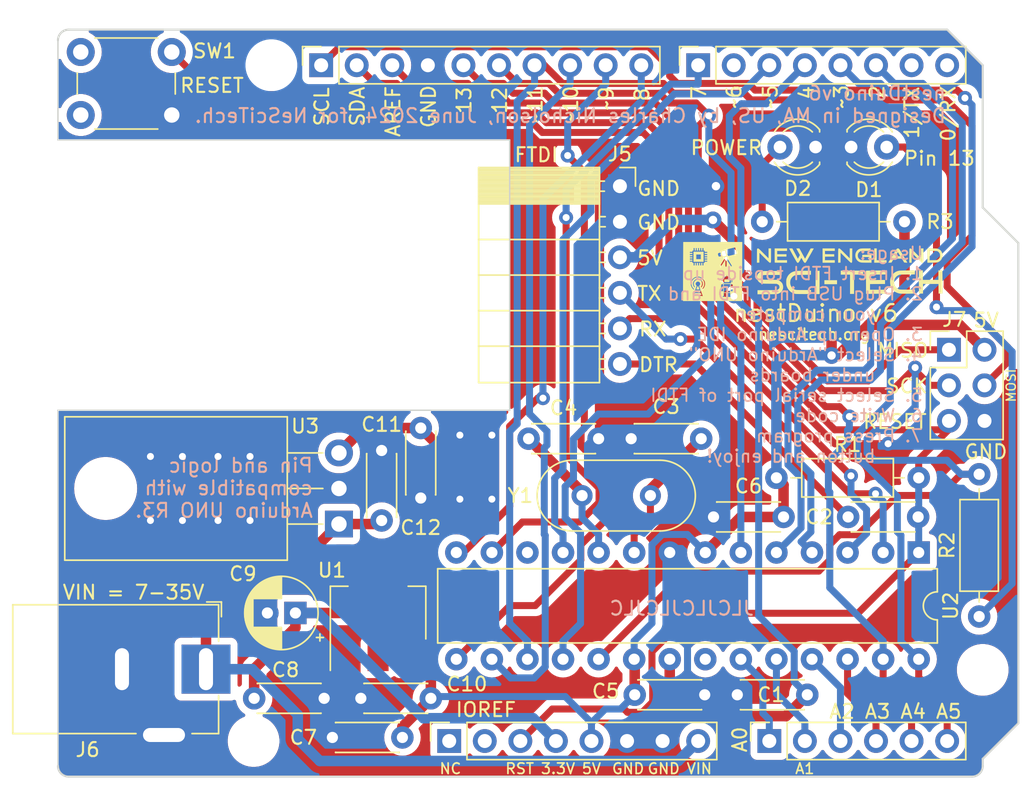
<source format=kicad_pcb>
(kicad_pcb (version 20240108) (generator "pcbnew") (generator_version "8.0")
  (title_block (date "mar. 31 mars 2015"))
  (layers (0 "F.Cu" signal) (31 "B.Cu" signal) (34 "B.Paste" user) (35 "F.Paste" user) (36 "B.SilkS" user "B.Silkscreen") (37 "F.SilkS" user "F.Silkscreen") (38 "B.Mask" user) (39 "F.Mask" user) (44 "Edge.Cuts" user))
  (net 0 "")
  (net 1 "GND")
  (net 2 "+5V")
  (net 3 "AREF")
  (net 4 "VIN")
  (net 5 "DTR")
  (net 6 "Net-(U2-XTAL1{slash}PB6)")
  (net 7 "Net-(U2-XTAL2{slash}PB7)")
  (net 8 "+3.3V")
  (net 9 "RESET")
  (net 10 "Net-(D1-A)")
  (net 11 "IOREF")
  (net 12 "D13")
  (net 13 "D12")
  (net 14 "D11~")
  (net 15 "D10~")
  (net 16 "D9~")
  (net 17 "D8")
  (net 18 "A0")
  (net 19 "A1")
  (net 20 "A2")
  (net 21 "A3")
  (net 22 "A4")
  (net 23 "A5")
  (net 24 "D7")
  (net 25 "D6~")
  (net 26 "D5~")
  (net 27 "D4")
  (net 28 "D3~")
  (net 29 "D2")
  (net 30 "D1")
  (net 31 "D0")
  (net 33 "TXO")
  (net 34 "RXI")
  (net 35 "D6")
  (net 37 "Net-(D2-A)")
  (footprint "Connector_PinSocket_2.54mm:PinSocket_1x08_P2.54mm_Vertical" (layer "F.Cu") (at 127.94 97.46 90)
    (property "Reference" "J1" (hide yes))
    (property "Value" "Power")
  )
  (footprint "Connector_PinSocket_2.54mm:PinSocket_1x06_P2.54mm_Vertical" (layer "F.Cu") (at 150.8 97.46 90)
    (property "Reference" "J3" (hide yes))
    (property "Value" "Analog")
  )
  (footprint "Connector_PinSocket_2.54mm:PinSocket_1x10_P2.54mm_Vertical" (layer "F.Cu") (at 118.796 49.2 90)
    (property "Reference" "J2" (hide yes))
    (property "Value" "Digital/PWM")
  )
  (footprint "Connector_PinSocket_2.54mm:PinSocket_1x08_P2.54mm_Vertical" (layer "F.Cu") (at 145.72 49.2 90)
    (property "Reference" "J4" (hide yes))
    (property "Value" "Digital/PWM")
  )
  (footprint "Resistor_THT:R_Axial_DIN0207_L6.3mm_D2.5mm_P10.16mm_Horizontal" (layer "F.Cu") (at 151.308 78.664)
    (property "Reference" "R1")
    (property "Value" "10 K")
  )
  (footprint "Capacitor_THT:C_Disc_D4.3mm_W1.9mm_P5.00mm" (layer "F.Cu") (at 153.514 94.158 180)
    (property "Reference" "C1")
    (property "Value" "100 nF")
  )
  (footprint "Capacitor_THT:C_Disc_D4.3mm_W1.9mm_P5.00mm" (layer "F.Cu") (at 133.608 75.87)
    (property "Reference" "C4")
    (property "Value" "22 pF")
  )
  (footprint "Capacitor_THT:C_Disc_D4.3mm_W1.9mm_P5.00mm" (layer "F.Cu") (at 123.114 81.712 90)
    (property "Reference" "C11")
    (property "Value" "330 nF")
  )
  (footprint "Capacitor_THT:C_Disc_D4.3mm_W1.9mm_P5.00mm" (layer "F.Cu") (at 146.816 81.458)
    (property "Reference" "C6")
    (property "Value" "100 nF")
  )
  (footprint "Connector_BarrelJack:BarrelJack_Horizontal" (layer "F.Cu") (at 110.572 92.3292)
    (property "Reference" "J6")
    (property "Value" "Barrel_Jack_Switch")
  )
  (footprint "Capacitor_THT:C_Disc_D4.3mm_W1.9mm_P5.00mm" (layer "F.Cu") (at 126.63 94.412 180)
    (property "Reference" "C10")
    (property "Value" "100 nF")
  )
  (footprint "Connector_PinHeader_2.54mm:PinHeader_2x03_P2.54mm_Vertical" (layer "F.Cu") (at 163.627 69.52)
    (property "Reference" "J7")
    (property "Value" "ISP")
  )
  (footprint "Capacitor_THT:C_Disc_D4.3mm_W1.9mm_P5.00mm" (layer "F.Cu") (at 124.598 97.206 180)
    (property "Reference" "C7")
    (property "Value" "10 uF")
  )
  (footprint "Capacitor_THT:C_Disc_D4.3mm_W1.9mm_P5.00mm" (layer "F.Cu") (at 125.908 75.108 -90)
    (property "Reference" "C12")
    (property "Value" "100 nF")
  )
  (footprint "Capacitor_THT:C_Disc_D4.3mm_W1.9mm_P5.00mm" (layer "F.Cu") (at 141.188 94.158)
    (property "Reference" "C5")
    (property "Value" "100 nF")
  )
  (footprint "Capacitor_THT:C_Disc_D4.3mm_W1.9mm_P5.00mm" (layer "F.Cu") (at 114.01 94.412)
    (property "Reference" "C8")
    (property "Value" "100 nF")
  )
  (footprint "Package_DIP:DIP-28_W7.62mm" (layer "F.Cu") (at 161.468 83.998 -90)
    (property "Reference" "U2")
    (property "Value" "ATmega328P-P")
  )
  (footprint "Package_TO_SOT_THT:TO-220-3_Horizontal_TabDown" (layer "F.Cu") (at 120.066 81.966 90)
    (property "Reference" "U3")
    (property "Value" "L7805CV")
  )
  (footprint "Crystal:Crystal_HC49-U_Vertical" (layer "F.Cu") (at 137.428 79.934)
    (property "Reference" "Y1")
    (property "Value" "8 MHz")
  )
  (footprint "Connector_PinSocket_2.54mm:PinSocket_1x06_P2.54mm_Horizontal" (layer "F.Cu") (at 140.132 57.836)
    (property "Reference" "J5")
    (property "Value" "FTDI")
  )
  (footprint "Arduino_MountingHole:MountingHole_3.2mm" (layer "F.Cu") (at 115.24 49.2)
    (property "Reference" "MH1" (hide yes))
    (property "Value" "MountingHole_3.2mm" (hide yes))
  )
  (footprint "LED_THT:LED_D3.0mm" (layer "F.Cu") (at 156.642 55.042)
    (property "Reference" "D1")
    (property "Value" "Pin 13")
  )
  (footprint "LED_THT:LED_D3.0mm" (layer "F.Cu") (at 154.102 55.042 180)
    (property "Reference" "D2")
    (property "Value" "Power")
  )
  (footprint "Capacitor_THT:C_Disc_D4.3mm_W1.9mm_P5.00mm" (layer "F.Cu") (at 161.428 81.458 180)
    (property "Reference" "C2")
    (property "Value" "100 nF")
  )
  (footprint "Capacitor_THT:C_Disc_D4.3mm_W1.9mm_P5.00mm" (layer "F.Cu") (at 145.934 75.87 180)
    (property "Reference" "C3")
    (property "Value" "22 pF")
  )
  (footprint "LOGO" (layer "F.Cu") (at 154.102 63.921341)
    (property "Reference" "G***" (hide yes))
    (property "Value" "LOGO" (hide yes))
  )
  (footprint "Resistor_THT:R_Axial_DIN0207_L6.3mm_D2.5mm_P10.16mm_Horizontal" (layer "F.Cu") (at 165.786 88.57 90)
    (property "Reference" "R2")
    (property "Value" "1 K")
  )
  (footprint "Capacitor_THT:CP_Radial_D5.0mm_P2.00mm" (layer "F.Cu") (at 116.957113 88.316 180)
    (property "Reference" "C9")
    (property "Value" "10 uF")
  )
  (footprint "Button_Switch_THT:SW_PUSH_6mm" (layer "F.Cu") (at 108.128 52.756 180)
    (property "Reference" "SW1")
    (property "Value" "Reset")
  )
  (footprint "Package_TO_SOT_SMD:SOT-223-3_TabPin2" (layer "F.Cu") (at 122.86 88.316 90)
    (property "Reference" "U1")
    (property "Value" "AMS1117-3.3")
  )
  (footprint "Resistor_THT:R_Axial_DIN0207_L6.3mm_D2.5mm_P10.16mm_Horizontal" (layer "F.Cu") (at 160.452 60.376 180)
    (property "Reference" "R3")
    (property "Value" "1 K")
  )
  (footprint "Arduino_MountingHole:MountingHole_3.2mm" (layer "F.Cu") (at 113.97 97.46)
    (property "Reference" "MH2" (hide yes))
    (property "Value" "MountingHole_3.2mm" (hide yes))
  )
  (footprint "Arduino_MountingHole:MountingHole_3.2mm" (layer "F.Cu") (at 166.04 64.44)
    (property "Reference" "MH3" (hide yes))
    (property "Value" "MountingHole_3.2mm" (hide yes))
  )
  (footprint "Arduino_MountingHole:MountingHole_3.2mm" (layer "F.Cu") (at 166.04 92.38)
    (property "Reference" "MH4" (hide yes))
    (property "Value" "MountingHole_3.2mm" (hide yes))
  )
  (gr_line (start 166.04 59.36) (end 168.58 61.9) (stroke (width 0.15)) (layer "Edge.Cuts"))
  (gr_line (start 100 54.534) (end 132.258 54.534) (stroke (width 0.1)) (layer "Edge.Cuts"))
  (gr_line (start 100 73.838) (end 100 99.238) (stroke (width 0.1)) (layer "Edge.Cuts"))
  (gr_line (start 100 54.534) (end 100 47.422) (stroke (width 0.1)) (layer "Edge.Cuts"))
  (gr_line (start 168.58 61.9) (end 168.58 96.19) (stroke (width 0.15)) (layer "Edge.Cuts"))
  (gr_line (start 165.278 100) (end 100.762 100) (stroke (width 0.15)) (layer "Edge.Cuts"))
  (gr_line (start 100.762 46.66) (end 163.5 46.66) (stroke (width 0.15)) (layer "Edge.Cuts"))
  (gr_line (start 132.258 73.838) (end 100 73.838) (stroke (width 0.1)) (layer "Edge.Cuts"))
  (gr_arc (start 100.762 100) (mid 100.223185 99.776815) (end 100 99.238) (stroke (width 0.15)) (layer "Edge.Cuts"))
  (gr_line (start 168.58 96.19) (end 166.04 98.73) (stroke (width 0.15)) (layer "Edge.Cuts"))
  (gr_line (start 163.5 46.66) (end 166.04 49.2) (stroke (width 0.15)) (layer "Edge.Cuts"))
  (gr_arc (start 166.04 99.238) (mid 165.816815 99.776815) (end 165.278 100) (stroke (width 0.15)) (layer "Edge.Cuts"))
  (gr_line (start 132.258 54.534) (end 132.258 73.838) (stroke (width 0.1)) (layer "Edge.Cuts"))
  (gr_line (start 166.04 49.2) (end 166.04 59.36) (stroke (width 0.15)) (layer "Edge.Cuts"))
  (gr_line (start 166.04 98.73) (end 166.04 99.238) (stroke (width 0.15)) (layer "Edge.Cuts"))
  (gr_arc (start 100 47.422) (mid 100.223185 46.883185) (end 100.762 46.66) (stroke (width 0.15)) (layer "Edge.Cuts"))
  (gr_text "nestDuino v6\nDesigned in MA, US, by Charles Nicholson, June 2024, for NeSciTech.\n" (at 163.5 53.391 0) (layer "B.SilkS") (effects (font (size 1 1)) (justify left bottom mirror)))
  (gr_text "Usage:\n1. Insert FTDI topside up\n2. Plug USB into FTDI and \n	your computer\n3. Open up Arduino IDE\n4. Select {dblquote}Arduino UNO{dblquote} \n	under boards\n5. Select serial port of FTDI\n6. Write code\n7. Press program \n	button and enjoy!" (at 161.849 77.648 0) (layer "B.SilkS") (effects (font (size 0.9 0.9) (thickness 0.13)) (justify left bottom mirror)))
  (gr_text "Pin and logic \ncompatible with \nArduino UNO R3." (at 118.288 81.585 0) (layer "B.SilkS") (effects (font (size 1 1)) (justify left bottom mirror)))
  (gr_text "JLCJLCJLCJLC" (at 149.784 88.57 0) (layer "B.SilkS") (effects (font (size 1 1)) (justify left bottom mirror)))
  (gr_text "SCK" (at 159.055 72.695 0) (layer "F.SilkS") (effects (font (size 1 1)) (justify left bottom)))
  (gr_text "GND" (at 127.051 53.772 90) (layer "F.SilkS") (effects (font (size 1 1)) (justify left bottom)))
  (gr_text "GND" (at 164.643 77.394 0) (layer "F.SilkS") (effects (font (size 1 1)) (justify left bottom)))
  (gr_text "GND" (at 141.275 58.598 0) (layer "F.SilkS") (effects (font (size 1 1)) (justify left bottom)))
  (gr_text "A3" (at 157.531 95.936 0) (layer "F.SilkS") (effects (font (size 1 1)) (justify left bottom)))
  (gr_text "~9" (at 139.751 52.502 90) (layer "F.SilkS") (effects (font (size 1 1)) (justify left bottom)))
  (gr_text "13" (at 129.591 52.756 90) (layer "F.SilkS") (effects (font (size 1 1)) (justify left bottom)))
  (gr_text "0/RX" (at 164.1604 54.7372 90) (layer "F.SilkS") (effects (font (size 1 1)) (justify left bottom)))
  (gr_text "SDA" (at 121.971 53.645 90) (layer "F.SilkS") (effects (font (size 1 1)) (justify left bottom)))
  (gr_text "7" (at 146.355 51.74 90) (layer "F.SilkS") (effects (font (size 1 1)) (justify left bottom)))
  (gr_text "POWER" (at 145.085 55.677 0) (layer "F.SilkS") (effects (font (size 1 1)) (justify left bottom)))
  (gr_text "RST\n" (at 131.877 99.873 0) (layer "F.SilkS") (effects (font (size 0.75 0.75) (thickness 0.12)) (justify left bottom)))
  (gr_text "~6" (at 148.8696 52.375 90) (layer "F.SilkS") (effects (font (size 1 1)) (justify left bottom)))
  (gr_text "~10" (at 137.211 53.391 90) (layer "F.SilkS") (effects (font (size 1 1)) (justify left bottom)))
  (gr_text "VIN" (at 144.831 99.873 0) (layer "F.SilkS") (effects (font (size 0.75 0.75) (thickness 0.12)) (justify left bottom)))
  (gr_text "nestDuino v6\n" (at 148.133 67.615 0) (layer "F.SilkS") (effects (font (size 1.2 1.2) (thickness 0.16)) (justify left bottom)))
  (gr_text "GND" (at 142.037 99.873 0) (layer "F.SilkS") (effects (font (size 0.75 0.75) (thickness 0.12)) (justify left bottom)))
  (gr_text "5V" (at 141.275 63.551 0) (layer "F.SilkS") (effects (font (size 1 1)) (justify left bottom)))
  (gr_text "A0" (at 149.276 98.349 90) (layer "F.SilkS") (effects (font (size 1 1)) (justify left bottom)))
  (gr_text "5V" (at 165.278 67.996 0) (layer "F.SilkS") (effects (font (size 1 1)) (justify left bottom)))
  (gr_text "RESET" (at 157.404 75.235 0) (layer "F.SilkS") (effects (font (size 1 1)) (justify left bottom)))
  (gr_text "NC" (at 127.178 99.873 0) (layer "F.SilkS") (effects (font (size 0.75 0.75) (thickness 0.12)) (justify left bottom)))
  (gr_text "A5" (at 162.611 95.936 0) (layer "F.SilkS") (effects (font (size 1 1)) (justify left bottom)))
  (gr_text "MOSI" (at 168.453 73.33 90) (layer "F.SilkS") (effects (font (size 0.66 0.66) (thickness 0.1)) (justify left bottom)))
  (gr_text "4" (at 154.0512 51.74 90) (layer "F.SilkS") (effects (font (size 1 1)) (justify left bottom)))
  (gr_text "nescitech.org" (at 149.911 68.885 0) (layer "F.SilkS") (effects (font (size 0.8 0.8) (thickness 0.13)) (justify left bottom)))
  (gr_text "3.3V" (at 134.417 99.873 0) (layer "F.SilkS") (effects (font (size 0.75 0.75) (thickness 0.12)) (justify left bottom)))
  (gr_text "A4" (at 160.071 95.936 0) (layer "F.SilkS") (effects (font (size 1 1)) (justify left bottom)))
  (gr_text "A2" (at 154.991 95.936 0) (layer "F.SilkS") (effects (font (size 1 1)) (justify left bottom)))
  (gr_text "GND" (at 139.497 99.873 0) (layer "F.SilkS") (effects (font (size 0.75 0.75) (thickness 0.12)) (justify left bottom)))
  (gr_text "1/TX" (at 161.5696 54.534 90) (layer "F.SilkS") (effects (font (size 1 1)) (justify left bottom)))
  (gr_text "MISO" (at 158.42 70.155 0) (layer "F.SilkS") (effects (font (size 1 1)) (justify left bottom)))
  (gr_text "AREF" (at 124.511 54.407 90) (layer "F.SilkS") (effects (font (size 1 1)) (justify left bottom)))
  (gr_text "~3" (at 156.5404 52.375 90) (layer "F.SilkS") (effects (font (size 1 1)) (justify left bottom)))
  (gr_text "A1" (at 152.578 99.873 0) (layer "F.SilkS") (effects (font (size 0.75 0.75) (thickness 0.12)) (justify left bottom)))
  (gr_text "VIN = 7-35V\n" (at 100.254 87.427 0) (layer "F.SilkS") (effects (font (size 1 1)) (justify left bottom)))
  (gr_text "GND" (at 141.275 61.011 0) (layer "F.SilkS") (effects (font (size 1 1)) (justify left bottom)))
  (gr_text "\n8" (at 142.291 51.867 90) (layer "F.SilkS") (effects (font (size 1 1)) (justify left bottom)))
  (gr_text "5V" (at 137.338 99.873 0) (layer "F.SilkS") (effects (font (size 0.75 0.75) (thickness 0.12)) (justify left bottom)))
  (gr_text "DTR" (at 141.402 71.171 0) (layer "F.SilkS") (effects (font (size 1 1)) (justify left bottom)))
  (gr_text "RESET\n" (at 108.636 51.232 0) (layer "F.SilkS") (effects (font (size 1 1)) (justify left bottom)))
  (gr_text "SCL" (at 119.431 53.645 90) (layer "F.SilkS") (effects (font (size 1 1)) (justify left bottom)))
  (gr_text "FTDI" (at 132.512 56.185 0) (layer "F.SilkS") (effects (font (size 1 1)) (justify left bottom)))
  (gr_text "RX" (at 141.402 68.631 0) (layer "F.SilkS") (effects (font (size 1 1)) (justify left bottom)))
  (gr_text "TX\n" (at 141.275 66.091 0) (layer "F.SilkS") (effects (font (size 1 1)) (justify left bottom)))
  (gr_text "12" (at 132.131 52.756 90) (layer "F.SilkS") (effects (font (size 1 1)) (justify left bottom)))
  (gr_text "~5" (at 151.4604 52.375 90) (layer "F.SilkS") (effects (font (size 1 1)) (justify left bottom)))
  (gr_text "IOREF" (at 128.321 95.809 0) (layer "F.SilkS") (effects (font (size 1 1)) (justify left bottom)))
  (gr_text "~11" (at 134.671 53.391 90) (layer "F.SilkS") (effects (font (size 1 1)) (justify left bottom)))
  (gr_text "2" (at 159.0804 51.6892 90) (layer "F.SilkS") (effects (font (size 1 1)) (justify left bottom)))
  (gr_text "Pin 13" (at 160.325 56.439 0) (layer "F.SilkS") (effects (font (size 1 1)) (justify left bottom)))
  (segment (start 104.572 92.3292) (end 104.572 94.0292) (width 0.75) (layer "F.Cu") (net 1))
  (segment (start 130.646253 53.3) (end 129.096204 53.3) (width 0.5) (layer "F.Cu") (net 1))
  (segment (start 133.597826 54) (end 131.346254 54) (width 0.5) (layer "F.Cu") (net 1))
  (segment (start 131.346254 54) (end 130.646253 53.3) (width 0.5) (layer "F.Cu") (net 1))
  (segment (start 139.116 98.984) (end 121.376 98.984) (width 0.75) (layer "F.Cu") (net 1))
  (segment (start 140.64 97.46) (end 139.116 98.984) (width 0.75) (layer "F.Cu") (net 1))
  (segment (start 121.63 94.412) (end 120.56 93.342) (width 0.75) (layer "F.Cu") (net 1))
  (segment (start 146.99 57.836) (end 146.99 55.804) (width 0.5) (layer "F.Cu") (net 1))
  (segment (start 128.396204 52.6) (end 124.306153 52.6) (width 0.5) (layer "F.Cu") (net 1))
  (segment (start 138.8316 75.87) (end 138.608 75.87) (width 0.75) (layer "F.Cu") (net 1))
  (segment (start 140.132 55.296) (end 139.5379 54.7019) (width 0.5) (layer "F.Cu") (net 1))
  (segment (start 107.112 79.426) (end 104.572 81.966) (width 0.75) (layer "F.Cu") (net 1))
  (segment (start 149.102 53.692) (end 152.752 53.692) (width 0.5) (layer "F.Cu") (net 1))
  (segment (start 123.954153 52.248) (end 108.636 52.248) (width 0.5) (layer "F.Cu") (net 1))
  (segment (start 140.132 60.376) (end 140.132 60.884) (width 0.5) (layer "F.Cu") (net 1))
  (segment (start 155.4779 76.2299) (end 159.2829 76.2299) (width 0.5) (layer "F.Cu") (net 1))
  (segment (start 121.63 94.412) (end 121.63 95.174) (width 0.75) (layer "F.Cu") (net 1))
  (segment (start 148.514 94.158) (end 146.188 94.158) (width 0.75) (layer "F.Cu") (net 1))
  (segment (start 140.132 57.836) (end 140.132 60.376) (width 0.5) (layer "F.Cu") (net 1))
  (segment (start 123.702 76.712) (end 125.908 78.918) (width 0.75) (layer "F.Cu") (net 1))
  (segment (start 140.132 57.836) (end 140.132 55.296) (width 0.5) (layer "F.Cu") (net 1))
  (segment (start 119.01 94.412) (end 119.01 93.016) (width 0.75) (layer "F.Cu") (net 1))
  (segment (start 140.934 75.87) (end 138.8316 75.87) (width 0.75) (layer "F.Cu") (net 1))
  (segment (start 120.56 93.342) (end 120.56 91.466) (width 0.75) (layer "F.Cu") (net 1))
  (segment (start 138.7512 75.7896) (end 138.7512 61.7568) (width 0.5) (layer "F.Cu") (net 1))
  (segment (start 120.581711 79.426) (end 123.114 76.893711) (width 0.75) (layer "F.Cu") (net 1))
  (segment (start 123.114 76.893711) (end 123.114 76.712) (width 0.75) (layer "F.Cu") (net 1))
  (segment (start 138.7512 61.7568) (end 140.132 60.376) (width 0.5) (layer "F.Cu") (net 1))
  (segment (start 138.8316 75.87) (end 138.7512 75.7896) (width 0.5) (layer "F.Cu") (net 1))
  (segment (start 120.066 79.426) (end 107.112 79.426) (width 0.75) (layer "F.Cu") (net 1))
  (segment (start 152.752 53.692) (end 154.102 55.042) (width 0.5) (layer "F.Cu") (net 1))
  (segment (start 146.228 81.458) (end 143.688 83.998) (width 0.75) (layer "F.Cu") (net 1))
  (segment (start 154.102 55.042) (end 156.642 55.042) (width 0.5) (layer "F.Cu") (net 1))
  (segment (start 140.132 60.884) (end 155.4779 76.2299) (width 0.5) (layer "F.Cu") (net 1))
  (segment (start 134.299726 54.7019) (end 133.597826 54) (width 0.5) (layer "F.Cu") (net 1))
  (segment (start 104.572 81.966) (end 104.572 92.3292) (width 0.75) (layer "F.Cu") (net 1))
  (segment (start 121.376 98.984) (end 119.598 97.206) (width 0.75) (layer "F.Cu") (net 1))
  (segment (start 139.5379 54.7019) (end 134.299726 54.7019) (width 0.5) (layer "F.Cu") (net 1))
  (segment (start 125.908 78.918) (end 125.908 80.108) (width 0.75) (layer "F.Cu") (net 1))
  (segment (start 104.572 94.0292) (end 107.572 97.0292) (width 0.75) (layer "F.Cu") (net 1))
  (segment (start 146.816 81.458) (end 146.228 81.458) (width 0.75) (layer "F.Cu") (net 1))
  (segment (start 129.096204 53.3) (end 128.396204 52.6) (width 0.5) (layer "F.Cu") (net 1))
  (segment (start 146.99 55.804) (end 149.102 53.692) (width 0.5) (layer "F.Cu") (net 1))
  (segment (start 124.306153 52.6) (end 123.954153 52.248) (width 0.5) (layer "F.Cu") (net 1))
  (segment (start 140.64 97.46) (end 143.18 97.46) (width 0.75) (layer "F.Cu") (net 1))
  (segment (start 121.63 95.174) (end 119.598 97.206) (width 0.75) (layer "F.Cu") (net 1))
  (segment (start 108.636 52.248) (end 108.128 52.756) (width 0.5) (layer "F.Cu") (net 1))
  (segment (start 123.114 76.712) (end 123.702 76.712) (width 0.75) (layer "F.Cu") (net 1))
  (segment (start 120.066 79.426) (end 120.581711 79.426) (width 0.75) (layer "F.Cu") (net 1))
  (segment (start 119.01 93.016) (end 120.56 91.466) (width 0.75) (layer "F.Cu") (net 1))
  (via (at 159.2829 76.2299) (size 1) (drill 0.5) (layers "F.Cu" "B.Cu") (net 1))
  (via (at 113.716 77.14) (size 1) (drill 0.5) (layers "F.Cu" "B.Cu") (net 1))
  (via (at 108.89 81.712) (size 1) (drill 0.5) (layers "F.Cu" "B.Cu") (net 1))
  (via (at 128.702 75.616) (size 1) (drill 0.5) (layers "F.Cu" "B.Cu") (net 1))
  (via (at 146.99 57.836) (size 1.2) (drill 0.6) (layers "F.Cu" "B.Cu") (net 1))
  (via (at 128.702 80.188) (size 1) (drill 0.5) (layers "F.Cu" "B.Cu") (net 1))
  (via (at 111.43 77.14) (size 1) (drill 0.5) (layers "F.Cu" "B.Cu") (net 1))
  (via (at 130.988 75.616) (size 1) (drill 0.5) (layers "F.Cu" "B.Cu") (net 1))
  (via (at 106.604 81.712) (size 1) (drill 0.5) (layers "F.Cu" "B.Cu") (net 1))
  (via (at 106.604 77.14) (size 1) (drill 0.5) (layers "F.Cu" "B.Cu") (net 1))
  (via (at 108.89 77.14) (size 1) (drill 0.5) (layers "F.Cu" "B.Cu") (net 1))
  (via (at 130.988 80.188) (size 1) (drill 0.5) (layers "F.Cu" "B.Cu") (net 1))
  (via (at 111.43 81.712) (size 1) (drill 0.5) (layers "F.Cu" "B.Cu") (net 1))
  (via (at 113.716 81.712) (size 1) (drill 0.5) (layers "F.Cu" "B.Cu") (net 1))
  (segment (start 140.934 75.87) (end 146.522 81.458) (width 0.5) (layer "B.Cu") (net 1))
  (segment (start 146.99 57.836) (end 140.132 57.836) (width 0.5) (layer "B.Cu") (net 1))
  (segment (start 114.957113 90.359113) (end 119.01 94.412) (width 0.75) (layer "B.Cu") (net 1))
  (segment (start 121.88 53.736) (end 126.416 49.2) (width 0.5) (layer "B.Cu") (net 1))
  (segment (start 114.957113 88.316) (end 114.957113 90.359113) (width 0.75) (layer "B.Cu") (net 1))
  (segment (start 164.5371 76.2299) (end 159.2829 76.2299) (width 0.5) (layer "B.Cu") (net 1))
  (segment (start 146.522 81.458) (end 146.816 81.458) (width 0.5) (layer "B.Cu") (net 1))
  (segment (start 144.958 86.568) (end 143.688 85.298) (width 0.5) (layer "B.Cu") (net 1))
  (segment (start 144.958 94.158) (end 144.958 86.568) (width 0.5) (layer "B.Cu") (net 1))
  (segment (start 143.18 97.46) (end 143.18 96.11) (width 0.5) (layer "B.Cu") (net 1))
  (segment (start 108.128 52.756) (end 109.108 53.736) (width 0.5) (layer "B.Cu") (net 1))
  (segment (start 144.958 94.158) (end 146.188 94.158) (width 0.5) (layer "B.Cu") (net 1))
  (segment (start 143.688 83.998) (end 143.688 85.298) (width 0.5) (layer "B.Cu") (net 1))
  (segment (start 109.108 53.736) (end 121.88 53.736) (width 0.5) (layer "B.Cu") (net 1))
  (segment (start 144.958 94.332) (end 144.958 94.158) (width 0.5) (layer "B.Cu") (net 1))
  (segment (start 143.18 96.11) (end 144.958 94.332) (width 0.5) (layer "B.Cu") (net 1))
  (segment (start 166.167 74.6) (end 164.5371 76.2299) (width 0.5) (layer "B.Cu") (net 1))
  (segment (start 124.598 96.444) (end 126.63 94.412) (width 0.75) (layer "F.Cu") (net 2))
  (segment (start 125.908 83.744) (end 125.908 90.718) (width 0.75) (layer "F.Cu") (net 2))
  (segment (start 127.432 82.22) (end 125.908 83.744) (width 0.75) (layer "F.Cu") (net 2))
  (segment (start 146.776 60.249) (end 155.245 68.718) (width 0.75) (layer "F.Cu") (net 2))
  (segment (start 141.188 91.658) (end 141.148 91.618) (width 0.75) (layer "F.Cu") (net 2))
  (segment (start 146.228 83.998) (end 148.768 81.458) (width 0.75) (layer "F.Cu") (net 2))
  (segment (start 155.245 68.718) (end 155.245 69.9295) (width 0.75) (layer "F.Cu") (net 2))
  (segment (start 125.908 75.108) (end 127.432 76.632) (width 0.75) (layer "F.Cu") (net 2))
  (segment (start 155.245 69.9295) (end 155.704175 69.9295) (width 0.75) (layer "F.Cu") (net 2))
  (segment (start 125.908 90.718) (end 125.16 91.466) (width 0.75) (layer "F.Cu") (net 2))
  (segment (start 141.188 94.158) (end 141.188 91.658) (width 0.75) (layer "F.Cu") (net 2))
  (segment (start 157.891675 67.742) (end 164.389 67.742) (width 0.75) (layer "F.Cu") (net 2))
  (segment (start 157.891675 67.742) (end 160.452 65.181675) (width 0.75) (layer "F.Cu") (net 2))
  (segment (start 151.816 79.172) (end 151.308 78.664) (width 0.75) (layer "F.Cu") (net 2))
  (segment (start 126.63 94.412) (end 126.63 92.936) (width 0.75) (layer "F.Cu") (net 2))
  (segment (start 127.432 76.632) (end 127.432 82.22) (width 0.75) (layer "F.Cu") (net 2))
  (segment (start 148.768 81.458) (end 151.816 81.458) (width 0.75) (layer "F.Cu") (net 2))
  (segment (start 155.704175 69.9295) (end 157.891675 67.742) (width 0.75) (layer "F.Cu") (net 2))
  (segment (start 164.389 67.742) (end 166.167 69.52) (width 0.75) (layer "F.Cu") (net 2))
  (segment (start 121.844 75.108) (end 125.908 75.108) (width 0.75) (layer "F.Cu") (net 2))
  (segment (start 160.452 65.181675) (end 160.452 60.376) (width 0.75) (layer "F.Cu") (net 2))
  (segment (start 151.816 81.458) (end 151.816 79.172) (width 0.75) (layer "F.Cu") (net 2))
  (segment (start 120.066 76.886) (end 121.844 75.108) (width 0.75) (layer "F.Cu") (net 2))
  (segment (start 126.63 92.936) (end 125.16 91.466) (width 0.75) (layer "F.Cu") (net 2))
  (segment (start 124.598 97.206) (end 124.598 96.444) (width 0.75) (layer "F.Cu") (net 2))
  (via (at 146.776 60.249) (size 1.2) (drill 0.6) (layers "F.Cu" "B.Cu") (net 2))
  (via (at 155.245 69.9295) (size 1.2) (drill 0.6) (layers "F.Cu" "B.Cu") (net 2))
  (segment (start 138.1 96.3099) (end 138.1 96.1596) (width 0.5) (layer "B.Cu") (net 2))
  (segment (start 141.275 62.916) (end 143.942 60.249) (width 0.75) (layer "B.Cu") (net 2))
  (segment (start 141.188 94.158) (end 140.172 95.174) (width 0.5) (layer "B.Cu") (net 2))
  (segment (start 140.172 95.174) (end 139.0856 95.174) (width 0.5) (layer "B.Cu") (net 2))
  (segment (start 144.9384 82.7084) (end 146.228 83.998) (width 0.5) (layer "B.Cu") (net 2))
  (segment (start 151.870621 69.901) (end 151.308 70.463621) (width 0.75) (layer "B.Cu") (net 2))
  (segment (start 141.148 90.318) (end 142.418 89.048) (width 0.5) (layer "B.Cu") (net 2))
  (segment (start 140.132 62.916) (end 141.275 62.916) (width 0.75) (layer "B.Cu") (net 2))
  (segment (start 143.1541 82.7084) (end 144.9384 82.7084) (width 0.5) (layer "B.Cu") (net 2))
  (segment (start 138.1 97.46) (end 138.1 96.3099) (width 0.5) (layer "B.Cu") (net 2))
  (segment (start 151.308 70.463621) (end 151.308 78.664) (width 0.75) (layer "B.Cu") (net 2))
  (segment (start 142.418 83.4445) (end 143.1541 82.7084) (width 0.5) (layer "B.Cu") (net 2))
  (segment (start 126.757 94.285) (end 126.63 94.412) (width 0.5) (layer "B.Cu") (net 2))
  (segment (start 138.1 96.1596) (end 136.2254 94.285) (width 0.5) (layer "B.Cu") (net 2))
  (segment (start 141.148 91.618) (end 141.148 90.318) (width 0.5) (layer "B.Cu") (net 2))
  (segment (start 142.418 89.048) (end 142.418 83.4445) (width 0.5) (layer "B.Cu") (net 2))
  (segment (start 136.2254 94.285) (end 126.757 94.285) (width 0.5) (layer "B.Cu") (net 2))
  (segment (start 155.2165 69.901) (end 151.870621 69.901) (width 0.75) (layer "B.Cu") (net 2))
  (segment (start 143.942 60.249) (end 146.776 60.249) (width 0.75) (layer "B.Cu") (net 2))
  (segment (start 155.245 69.9295) (end 155.2165 69.901) (width 0.75) (layer "B.Cu") (net 2))
  (segment (start 139.0856 95.174) (end 138.1 96.1596) (width 0.5) (layer "B.Cu") (net 2))
  (segment (start 144.326 54.559798) (end 142.3681 52.6019) (width 0.5) (layer "F.Cu") (net 3))
  (segment (start 145.212 95.682) (end 143.688 94.158) (width 0.75) (layer "F.Cu") (net 3))
  (segment (start 134.467672 51.9) (end 132.216101 51.9) (width 0.5) (layer "F.Cu") (net 3))
  (segment (start 148.270348 65.699652) (end 147.917502 65.699652) (width 0.5) (layer "F.Cu") (net 3))
  (segment (start 129.26605 50.5) (end 125.176 50.5) (width 0.5) (layer "F.Cu") (net 3))
  (segment (start 147.917502 65.699652) (end 144.326 62.10815) (width 0.5) (layer "F.Cu") (net 3))
  (segment (start 131.5161 51.2) (end 129.966051 51.2) (width 0.5) (layer "F.Cu") (net 3))
  (segment (start 153.514 94.158) (end 151.99 95.682) (width 0.75) (layer "F.Cu") (net 3))
  (segment (start 132.216101 51.9) (end 131.5161 51.2) (width 0.5) (layer "F.Cu") (net 3))
  (segment (start 142.3681 52.6019) (end 135.169573 52.6019) (width 0.5) (layer "F.Cu") (net 3))
  (segment (start 151.99 95.682) (end 145.212 95.682) (width 0.75) (layer "F.Cu") (net 3))
  (segment (start 144.326 62.10815) (end 144.326 54.559798) (width 0.5) (layer "F.Cu") (net 3))
  (segment (start 129.966051 51.2) (end 129.26605 50.5) (width 0.5) (layer "F.Cu") (net 3))
  (segment (start 143.688 94.158) (end 143.688 91.618) (width 0.75) (layer "F.Cu") (net 3))
  (segment (start 135.169573 52.6019) (end 134.467672 51.9) (width 0.5) (layer "F.Cu") (net 3))
  (segment (start 125.176 50.5) (end 123.876 49.2) (width 0.5) (layer "F.Cu") (net 3))
  (via (at 148.270348 65.699652) (size 1) (drill 0.5) (layers "F.Cu" "B.Cu") (net 3))
  (segment (start 152.578 93.222) (end 153.514 94.158) (width 0.5) (layer "B.Cu") (net 3))
  (segment (start 150.038 88.5138) (end 152.578 91.0538) (width 0.5) (layer "B.Cu") (net 3))
  (segment (start 148.270348 65.699652) (end 150.038 67.467304) (width 0.5) (layer "B.Cu") (net 3))
  (segment (start 152.578 91.0538) (end 152.578 93.222) (width 0.5) (layer "B.Cu") (net 3))
  (segment (start 150.038 67.467304) (end 150.038 88.5138) (width 0.5) (layer "B.Cu") (net 3))
  (segment (start 120.066 81.966) (end 122.86 81.966) (width 0.75) (layer "F.Cu") (net 4))
  (segment (start 120.066 81.966) (end 118.542 83.49) (width 0.75) (layer "F.Cu") (net 4))
  (segment (start 111.938 83.49) (end 110.572 84.856) (width 0.75) (layer "F.Cu") (net 4))
  (segment (start 122.86 81.966) (end 123.114 81.712) (width 0.75) (layer "F.Cu") (net 4))
  (segment (start 110.572 84.856) (end 110.572 92.3292) (width 0.75) (layer "F.Cu") (net 4))
  (segment (start 118.542 83.49) (end 111.938 83.49) (width 0.75) (layer "F.Cu") (net 4))
  (segment (start 110.572 92.3292) (end 113.871744 92.3292) (width 0.75) (layer "B.Cu") (net 4))
  (segment (start 144.295 98.885) (end 145.72 97.46) (width 0.75) (layer "B.Cu") (net 4))
  (segment (start 113.871744 92.3292) (end 117.1278 95.585256) (width 0.75) (layer "B.Cu") (net 4))
  (segment (start 110.572 92.3292) (end 111.1342 91.767) (width 0.75) (layer "B.Cu") (net 4))
  (segment (start 118.697 98.885) (end 144.295 98.885) (width 0.75) (layer "B.Cu") (net 4))
  (segment (start 117.1278 95.585256) (end 117.1278 97.3158) (width 0.75) (layer "B.Cu") (net 4))
  (segment (start 109.906 91.6632) (end 110.572 92.3292) (width 0.75) (layer "B.Cu") (net 4))
  (segment (start 117.1278 97.3158) (end 118.697 98.885) (width 0.75) (layer "B.Cu") (net 4))
  (segment (start 145.506 70.536) (end 156.428 81.458) (width 0.5) (layer "F.Cu") (net 5))
  (segment (start 140.132 70.536) (end 145.506 70.536) (width 0.5) (layer "F.Cu") (net 5))
  (segment (start 141.148 83.998) (end 141.148 82.698) (width 0.5) (layer "F.Cu") (net 6))
  (segment (start 142.308 79.496) (end 145.934 75.87) (width 0.75) (layer "F.Cu") (net 6))
  (segment (start 142.308 79.934) (end 142.308 79.496) (width 0.75) (layer "F.Cu") (net 6))
  (segment (start 142.308 81.538) (end 141.148 82.698) (width 0.5) (layer "F.Cu") (net 6))
  (segment (start 142.308 79.934) (end 142.308 81.538) (width 0.5) (layer "F.Cu") (net 6))
  (segment (start 137.428 79.69) (end 133.608 75.87) (width 0.75) (layer "F.Cu") (net 7))
  (segment (start 137.428 79.934) (end 137.428 79.69) (width 0.75) (layer "F.Cu") (net 7))
  (segment (start 137.428 79.934) (end 137.428 81.518) (width 0.5) (layer "B.Cu") (net 7))
  (segment (start 137.428 81.518) (end 138.608 82.698) (width 0.5) (layer "B.Cu") (net 7))
  (segment (start 138.608 83.998) (end 138.608 82.698) (width 0.5) (layer "B.Cu") (net 7))
  (segment (start 116.957113 89.362443) (end 116.957113 88.316) (width 0.75) (layer "F.Cu") (net 8))
  (segment (start 122.86 88.316) (end 122.86 84.912) (width 0.75) (layer "F.Cu") (net 8))
  (segment (start 114.01 93.904) (end 114.01 92.309556) (width 0.75) (layer "F.Cu") (net 8))
  (segment (start 116.957113 88.316) (end 122.86 88.316) (width 0.75) (layer "F.Cu") (net 8))
  (segment (start 114.01 92.309556) (end 116.957113 89.362443) (width 0.75) (layer "F.Cu") (net 8))
  (segment (start 122.86 91.212) (end 122.86 88.316) (width 0.75) (layer "F.Cu") (net 8))
  (segment (start 133.931 95.831) (end 126.104456 95.831) (width 0.75) (layer "B.Cu") (net 8))
  (segment (start 118.589456 88.316) (end 116.957113 88.316) (width 0.75) (layer "B.Cu") (net 8))
  (segment (start 126.104456 95.831) (end 118.589456 88.316) (width 0.75) (layer "B.Cu") (net 8))
  (segment (start 135.56 97.46) (end 133.931 95.831) (width 0.75) (layer "B.Cu") (net 8))
  (segment (start 140.670233 95.408) (end 141.7304 95.408) (width 0.5) (layer "F.Cu") (net 9))
  (segment (start 161.468 81.498) (end 161.428 81.458) (width 0.75) (layer "F.Cu") (net 9))
  (segment (start 163.627 74.6) (end 163.627 75.205) (width 0.5) (layer "F.Cu") (net 9))
  (segment (start 124.596102 51.9) (end 128.686152 51.9) (width 0.5) (layer "F.Cu") (net 9))
  (segment (start 141.7304 95.408) (end 142.4716 94.6668) (width 0.5) (layer "F.Cu") (net 9))
  (segment (start 157.1298 88.3362) (end 161.468 83.998) (width 0.5) (layer "F.Cu") (net 9))
  (segment (start 123.996102 51.3) (end 124.596102 51.9) (width 0.5) (layer "F.Cu") (net 9))
  (segment (start 135.306 95.174) (end 140.436233 95.174) (width 0.5) (layer "F.Cu") (net 9))
  (segment (start 134.589675 54.0019) (end 141.788202 54.0019) (width 0.5) (layer "F.Cu") (net 9))
  (segment (start 129.386153 52.6) (end 130.936202 52.6) (width 0.5) (layer "F.Cu") (net 9))
  (segment (start 142.4195 91.0795) (end 145.1628 88.3362) (width 0.5) (layer "F.Cu") (net 9))
  (segment (start 131.636203 53.3) (end 133.887774 53.3) (width 0.5) (layer "F.Cu") (net 9))
  (segment (start 163.627 75.205) (end 161.468 77.364) (width 0.5) (layer "F.Cu") (net 9))
  (segment (start 128.686152 51.9) (end 129.386153 52.6) (width 0.5) (layer "F.Cu") (net 9))
  (segment (start 142.4716 93.2719) (end 142.4195 93.2198) (width 0.5) (layer "F.Cu") (net 9))
  (segment (start 162.992 75.235) (end 163.627 74.6) (width 0.5) (layer "F.Cu") (net 9))
  (segment (start 108.128 48.256) (end 108.128 48.272) (width 0.5) (layer "F.Cu") (net 9))
  (segment (start 140.436233 95.174) (end 140.670233 95.408) (width 0.5) (layer "F.Cu") (net 9))
  (segment (start 111.156 51.3) (end 123.996102 51.3) (width 0.5) (layer "F.Cu") (net 9))
  (segment (start 142.4195 93.2198) (end 142.4195 91.0795) (width 0.5) (layer "F.Cu") (net 9))
  (segment (start 141.788202 54.0019) (end 142.926 55.139697) (width 0.5) (layer "F.Cu") (net 9))
  (segment (start 142.926 55.139697) (end 142.926 62.68805) (width 0.5) (layer "F.Cu") (net 9))
  (segment (start 130.936202 52.6) (end 131.636203 53.3) (width 0.5) (layer "F.Cu") (net 9))
  (segment (start 155.47295 75.235) (end 162.992 75.235) (width 0.5) (layer "F.Cu") (net 9))
  (segment (start 133.02 97.46) (end 135.306 95.174) (width 0.5) (layer "F.Cu") (net 9))
  (segment (start 142.4716 94.6668) (end 142.4716 93.2719) (width 0.5) (layer "F.Cu") (net 9))
  (segment (start 133.887774 53.3) (end 134.589675 54.0019) (width 0.5) (layer "F.Cu") (net 9))
  (segment (start 145.1628 88.3362) (end 157.1298 88.3362) (width 0.5) (layer "F.Cu") (net 9))
  (segment (start 142.926 62.68805) (end 155.47295 75.235) (width 0.5) (layer "F.Cu") (net 9))
  (segment (start 108.128 48.272) (end 111.156 51.3) (width 0.5) (layer "F.Cu") (net 9))
  (segment (start 161.468 77.364) (end 161.468 78.664) (width 0.5) (layer "F.Cu") (net 9))
  (segment (start 161.428 81.458) (end 161.468 81.418) (width 0.5) (layer "B.Cu") (net 9))
  (segment (start 161.468 81.498) (end 161.468 83.998) (width 0.5) (layer "B.Cu") (net 9))
  (segment (start 161.428 81.458) (end 161.468 81.498) (width 0.5) (layer "B.Cu") (net 9))
  (segment (start 161.468 81.418) (end 161.468 78.664) (width 0.5) (layer "B.Cu") (net 9))
  (segment (start 162.738 66.472) (end 162.738 57.328) (width 0.5) (layer "F.Cu") (net 10))
  (segment (start 160.452 55.042) (end 159.182 55.042) (width 0.5) (layer "F.Cu") (net 10))
  (segment (start 162.738 57.328) (end 160.452 55.042) (width 0.5) (layer "F.Cu") (net 10))
  (via (at 162.738 66.472) (size 1) (drill 0.5) (layers "F.Cu" "B.Cu") (net 10))
  (segment (start 162.738 66.726) (end 162.738 66.472) (width 0.5) (layer "B.Cu") (net 10))
  (segment (start 168.14 86.216) (end 168.14 69.654522) (width 0.5) (layer "B.Cu") (net 10))
  (segment (start 165.786 88.57) (end 168.14 86.216) (width 0.5) (layer "B.Cu") (net 10))
  (segment (start 165.211478 66.726) (end 162.738 66.726) (width 0.5) (layer "B.Cu") (net 10))
  (segment (start 168.14 69.654522) (end 165.211478 66.726) (width 0.5) (layer "B.Cu") (net 10))
  (segment (start 159.563 72.441) (end 154.65885 72.441) (width 0.5) (layer "F.Cu") (net 12))
  (segment (start 134.757622 51.2) (end 132.50605 51.2) (width 0.5) (layer "F.Cu") (net 12))
  (segment (start 161.214 70.79) (end 159.563 72.441) (width 0.5) (layer "F.Cu") (net 12))
  (segment (start 165.786 78.41) (end 164.486 78.41) (width 0.5) (layer "F.Cu") (net 12))
  (segment (start 142.65805 51.9019) (end 135.459522 51.9019) (width 0.5) (layer "F.Cu") (net 12))
  (segment (start 147.957452 64.749652) (end 145.026 61.8182) (width 0.5) (layer "F.Cu") (net 12))
  (segment (start 155.8181 82.7281) (end 157.1261 82.7281) (width 0.5) (layer "F.Cu") (net 12))
  (segment (start 154.65885 72.441) (end 149.220348 67.002498) (width 0.5) (layer "F.Cu") (net 12))
  (segment (start 131.80605 50.5) (end 130.256 50.5) (width 0.5) (layer "F.Cu") (net 12))
  (segment (start 162.277 72.06) (end 163.627 72.06) (width 0.5) (layer "F.Cu") (net 12))
  (segment (start 130.256 50.5) (end 128.956 49.2) (width 0.5) (layer "F.Cu") (net 12))
  (segment (start 149.220348 65.306149) (end 148.663851 64.749652) (width 0.5) (layer "F.Cu") (net 12))
  (segment (start 148.663851 64.749652) (end 147.957452 64.749652) (width 0.5) (layer "F.Cu") (net 12))
  (segment (start 157.1261 82.7281) (end 159.9299 79.9243) (width 0.5) (layer "F.Cu") (net 12))
  (segment (start 159.9299 79.9243) (end 162.9717 79.9243) (width 0.5) (layer "F.Cu") (net 12))
  (segment (start 155.1179 83.4283) (end 155.8181 82.7281) (width 0.5) (layer "F.Cu") (net 12))
  (segment (start 144.9017 85.3243) (end 154.3329 85.3243) (width 0.5) (layer "F.Cu") (net 12))
  (segment (start 162.9717 79.9243) (end 164.486 78.41) (width 0.5) (layer "F.Cu") (net 12))
  (segment (start 145.026 54.269849) (end 142.65805 51.9019) (width 0.5) (layer "F.Cu") (net 12))
  (segment (start 161.214 70.997) (end 162.277 72.06) (width 0.5) (layer "F.Cu") (net 12))
  (segment (start 149.220348 67.002498) (end 149.220348 65.306149) (width 0.5) (layer "F.Cu") (net 12))
  (segment (start 145.026 61.8182) (end 145.026 54.269849) (width 0.5) (layer "F.Cu") (net 12))
  (segment (start 138.608 91.618) (end 144.9017 85.3243) (width 0.5) (layer "F.Cu") (net 12))
  (segment (start 132.50605 51.2) (end 131.80605 50.5) (width 0.5) (layer "F.Cu") (net 12))
  (segment (start 135.459522 51.9019) (end 134.757622 51.2) (width 0.5) (layer "F.Cu") (net 12))
  (segment (start 155.1179 84.5393) (end 155.1179 83.4283) (width 0.5) (layer "F.Cu") (net 12))
  (segment (start 161.214 70.79) (end 161.214 70.997) (width 0.5) (layer "F.Cu") (net 12))
  (segment (start 154.3329 85.3243) (end 155.1179 84.5393) (width 0.5) (layer "F.Cu") (net 12))
  (via (at 161.214 70.79) (size 1) (drill 0.5) (layers "F.Cu" "B.Cu") (net 12))
  (segment (start 158.3751 75.2799) (end 157.785 75.87) (width 0.5) (layer "B.Cu") (net 12))
  (segment (start 163.4881 77.4121) (end 164.486 78.41) (width 0.5) (layer "B.Cu") (net 12))
  (segment (start 161.214 70.79) (end 161.214 73.584) (width 0.5) (layer "B.Cu") (net 12))
  (segment (start 164.486 78.41) (end 165.786 78.41) (width 0.5) (layer "B.Cu") (net 12))
  (segment (start 159.5181 75.2799) (end 158.3751 75.2799) (width 0.5) (layer "B.Cu") (net 12))
  (segment (start 161.214 73.584) (end 159.5181 75.2799) (width 0.5) (layer "B.Cu") (net 12))
  (segment (start 158.3111 77.4121) (end 163.4881 77.4121) (width 0.5) (layer "B.Cu") (net 12))
  (segment (start 157.785 76.886) (end 158.3111 77.4121) (width 0.5) (layer "B.Cu") (net 12))
  (segment (start 157.785 75.87) (end 157.785 76.886) (width 0.5) (layer "B.Cu") (net 12))
  (segment (start 148.247402 64.049652) (end 148.953801 64.049652) (width 0.5) (layer "F.Cu") (net 13))
  (segment (start 146.482 52.8068) (end 145.726 53.5628) (width 0.5) (layer "F.Cu") (net 13))
  (segment (start 145.5752 51.9) (end 146.482 52.8068) (width 0.5) (layer "F.Cu") (net 13))
  (segment (start 131.496 49.2) (end 132.796 50.5) (width 0.5) (layer "F.Cu") (net 13))
  (segment (start 149.920348 66.712548) (end 154.9488 71.741) (width 0.5) (layer "F.Cu") (net 13))
  (segment (start 160.103297 69.52) (end 163.627 69.52) (width 0.5) (layer "F.Cu") (net 13))
  (segment (start 145.726 53.5628) (end 145.726 61.52825) (width 0.5) (layer "F.Cu") (net 13))
  (segment (start 142.948 51.2019) (end 143.6461 51.9) (width 0.5) (layer "F.Cu") (net 13))
  (segment (start 145.726 61.52825) (end 148.247402 64.049652) (width 0.5) (layer "F.Cu") (net 13))
  (segment (start 135.047572 50.5) (end 135.749472 51.2019) (width 0.5) (layer "F.Cu") (net 13))
  (segment (start 135.749472 51.2019) (end 142.948 51.2019) (width 0.5) (layer "F.Cu") (net 13))
  (segment (start 157.882297 71.741) (end 160.103297 69.52) (width 0.5) (layer "F.Cu") (net 13))
  (segment (start 132.796 50.5) (end 135.047572 50.5) (width 0.5) (layer "F.Cu") (net 13))
  (segment (start 149.920348 65.0162) (end 149.920348 66.712548) (width 0.5) (layer "F.Cu") (net 13))
  (segment (start 148.953801 64.049652) (end 149.920348 65.0162) (width 0.5) (layer "F.Cu") (net 13))
  (segment (start 154.9488 71.741) (end 157.882297 71.741) (width 0.5) (layer "F.Cu") (net 13))
  (segment (start 143.6461 51.9) (end 145.5752 51.9) (width 0.5) (layer "F.Cu") (net 13))
  (via (at 146.482 52.8068) (size 1) (drill 0.5) (layers "F.Cu" "B.Cu") (net 13))
  (segment (start 137.3199 89.0661) (end 136.068 90.318) (width 0.5) (layer "B.Cu") (net 13))
  (segment (start 146.620348 65.016199) (end 146.620348 69.635652) (width 0.5) (layer "B.Cu") (net 13))
  (segment (start 142.1453 74.1107) (end 138.5939 74.1107) (width 0.5) (layer "B.Cu") (net 13))
  (segment (start 136.8153 78.6867) (end 136.2211 79.2809) (width 0.5) (layer "B.Cu") (net 13))
  (segment (start 146.482 52.756) (end 146.482 55.296) (width 0.5) (layer "B.Cu") (net 13))
  (segment (start 137.3199 82.6111) (end 137.3199 89.0661) (width 0.5) (layer "B.Cu") (net 13))
  (segment (start 136.2211 79.2809) (end 136.2211 81.5123) (width 0.5) (layer "B.Cu") (net 13))
  (segment (start 136.2211 81.5123) (end 137.3199 82.6111) (width 0.5) (layer "B.Cu") (net 13))
  (segment (start 148.068 56.882) (end 148.068 63.568547) (width 0.5) (layer "B.Cu") (net 13))
  (segment (start 136.8153 75.8893) (end 136.8153 78.6867) (width 0.5) (layer "B.Cu") (net 13))
  (segment (start 146.620348 69.635652) (end 142.1453 74.1107) (width 0.5) (layer "B.Cu") (net 13))
  (segment (start 138.5939 74.1107) (end 136.8153 75.8893) (width 0.5) (layer "B.Cu") (net 13))
  (segment (start 148.068 63.568547) (end 146.620348 65.016199) (width 0.5) (layer "B.Cu") (net 13))
  (segment (start 146.482 55.296) (end 148.068 56.882) (width 0.5) (layer "B.Cu") (net 13))
  (segment (start 136.068 90.318) (end 136.068 91.618) (width 0.5) (layer "B.Cu") (net 13))
  (segment (start 149.49405 51.678) (end 149.01605 51.2) (width 0.5) (layer "F.Cu") (net 14))
  (segment (start 136.039422 50.5019) (end 134.737522 49.2) (width 0.5) (layer "F.Cu") (net 14))
  (segment (start 163.5 65.014522) (end 163.5 63.17) (width 0.5) (layer "F.Cu") (net 14))
  (segment (start 143.93605 51.2) (end 143.23795 50.5019) (width 0.5) (layer "F.Cu") (net 14))
  (segment (start 149.01605 51.2) (end 143.93605 51.2) (width 0.5) (layer "F.Cu") (net 14))
  (segment (start 163.5 63.17) (end 165.278 61.392) (width 0.5) (layer "F.Cu") (net 14))
  (segment (start 163.438 51.678) (end 149.49405 51.678) (width 0.5) (layer "F.Cu") (net 14))
  (segment (start 166.167 72.06) (end 167.818 70.409) (width 0.5) (layer "F.Cu") (net 14))
  (segment (start 143.23795 50.5019) (end 136.039422 50.5019) (width 0.5) (layer "F.Cu") (net 14))
  (segment (start 134.737522 49.2) (end 134.036 49.2) (width 0.5) (layer "F.Cu") (net 14))
  (segment (start 167.818 69.332522) (end 163.5 65.014522) (width 0.5) (layer "F.Cu") (net 14))
  (segment (start 167.818 70.409) (end 167.818 69.332522) (width 0.5) (layer "F.Cu") (net 14))
  (segment (start 165.278 53.518) (end 163.438 51.678) (width 0.5) (layer "F.Cu") (net 14))
  (segment (start 165.278 61.392) (end 165.278 53.518) (width 0.5) (layer "F.Cu") (net 14))
  (segment (start 134.036 49.2) (end 134.036 50.55) (width 0.5) (layer "B.Cu") (net 14))
  (segment (start 134.036 50.55) (end 132.7936 51.7924) (width 0.5) (layer "B.Cu") (net 14))
  (segment (start 132.7936 74.8158) (end 132.258 75.3514) (width 0.5) (layer "B.Cu") (net 14))
  (segment (start 132.7936 51.7924) (end 132.7936 74.8158) (width 0.5) (layer "B.Cu") (net 14))
  (segment (start 132.258 89.048) (end 133.528 90.318) (width 0.5) (layer "B.Cu") (net 14))
  (segment (start 132.258 75.3514) (end 132.258 89.048) (width 0.5) (layer "B.Cu") (net 14))
  (segment (start 133.528 91.618) (end 133.528 90.318) (width 0.5) (layer "B.Cu") (net 14))
  (segment (start 134.798 92.1629) (end 134.798 82.7756) (width 0.5) (layer "B.Cu") (net 15))
  (segment (start 134.7296 82.7072) (end 134.7296 76.5189) (width 0.5) (layer "B.Cu") (net 15))
  (segment (start 134.798 82.7756) (end 134.7296 82.7072) (width 0.5) (layer "B.Cu") (net 15))
  (segment (start 133.6771 53.4489) (end 136.576 50.55) (width 0.5) (layer "B.Cu") (net 15))
  (segment (start 130.988 91.618) (end 132.3228 92.9528) (width 0.5) (layer "B.Cu") (net 15))
  (segment (start 134.9212 75.3393) (end 133.6771 74.0952) (width 0.5) (layer "B.Cu") (net 15))
  (segment (start 133.6771 74.0952) (end 133.6771 53.4489) (width 0.5) (layer "B.Cu") (net 15))
  (segment (start 134.9212 76.3273) (end 134.9212 75.3393) (width 0.5) (layer "B.Cu") (net 15))
  (segment (start 132.3228 92.9528) (end 134.0081 92.9528) (width 0.5) (layer "B.Cu") (net 15))
  (segment (start 134.0081 92.9528) (end 134.798 92.1629) (width 0.5) (layer "B.Cu") (net 15))
  (segment (start 136.576 49.2) (end 136.576 50.55) (width 0.5) (layer "B.Cu") (net 15))
  (segment (start 134.7296 76.5189) (end 134.9212 76.3273) (width 0.5) (layer "B.Cu") (net 15))
  (segment (start 139.394 81.3894) (end 137.338 83.4454) (width 0.5) (layer "F.Cu") (net 16))
  (segment (start 137.592 56.8433) (end 137.592 75.118233) (width 0.5) (layer "F.Cu") (net 16))
  (segment (start 137.358 75.352233) (end 137.358 76.3904) (width 0.5) (layer "F.Cu") (net 16))
  (segment (start 137.358 76.3904) (end 139.394 78.4264) (width 0.5) (layer "F.Cu") (net 16))
  (segment (start 137.592 75.118233) (end 137.358 75.352233) (width 0.5) (layer "F.Cu") (net 16))
  (segment (start 136.4001 55.6514) (end 137.592 56.8433) (width 0.5) (layer "F.Cu") (net 16))
  (segment (start 139.394 78.4264) (end 139.394 81.3894) (width 0.5) (layer "F.Cu") (net 16))
  (segment (start 137.338 83.4454) (end 137.338 84.5355) (width 0.5) (layer "F.Cu") (net 16))
  (segment (start 137.338 84.5355) (end 134.0851 87.7884) (width 0.5) (layer "F.Cu") (net 16))
  (segment (start 134.0851 87.7884) (end 132.2776 87.7884) (width 0.5) (layer "F.Cu") (net 16))
  (segment (start 132.2776 87.7884) (end 128.448 91.618) (width 0.5) (layer "F.Cu") (net 16))
  (via (at 136.4001 55.6514) (size 1) (drill 0.5) (layers "F.Cu" "B.Cu") (net 16))
  (segment (start 136.4001 55.6514) (end 136.4001 53.2659) (width 0.5) (layer "B.Cu") (net 16))
  (segment (start 136.4001 53.2659) (end 139.116 50.55) (width 0.5) (layer "B.Cu") (net 16))
  (segment (start 139.116 50.55) (end 139.116 49.2) (width 0.5) (layer "B.Cu") (net 16))
  (segment (start 128.956 83.998) (end 132.258 80.696) (width 0.5) (layer "F.Cu") (net 17))
  (segment (start 128.448 83.998) (end 128.956 83.998) (width 0.5) (layer "F.Cu") (net 17))
  (segment (start 134.2639 72.9751) (end 134.6359 72.9751) (width 0.5) (layer "F.Cu") (net 17))
  (segment (start 132.258 80.696) (end 132.258 74.981) (width 0.5) (layer "F.Cu") (net 17))
  (segment (start 132.258 74.981) (end 134.2639 72.9751) (width 0.5) (layer "F.Cu") (net 17))
  (via (at 134.6359 72.9751) (size 1) (drill 0.5) (layers "F.Cu" "B.Cu") (net 17))
  (segment (start 141.656 49.2) (end 141.656 51.74) (width 0.5) (layer "B.Cu") (net 17))
  (segment (start 134.6359 58.7601) (end 134.6359 72.9751) (width 0.5) (layer "B.Cu") (net 17))
  (segment (start 141.656 51.74) (end 134.6359 58.7601) (width 0.5) (layer "B.Cu") (net 17))
  (segment (start 150.3399 95.4759) (end 150.8 95.936) (width 0.5) (layer "B.Cu") (net 18))
  (segment (start 148.768 91.618) (end 150.3399 93.1899) (width 0.5) (layer "B.Cu") (net 18))
  (segment (start 150.3399 93.1899) (end 150.3399 95.4759) (width 0.5) (layer "B.Cu") (net 18))
  (segment (start 150.8 95.936) (end 150.8 97.46) (width 0.5) (layer "B.Cu") (net 18))
  (segment (start 151.308 94.078) (end 153.34 96.11) (width 0.5) (layer "B.Cu") (net 19))
  (segment (start 153.34 97.46) (end 153.34 96.11) (width 0.5) (layer "B.Cu") (net 19))
  (segment (start 151.308 91.618) (end 151.308 94.078) (width 0.5) (layer "B.Cu") (net 19))
  (segment (start 153.848 91.618) (end 155.88 93.65) (width 0.5) (layer "B.Cu") (net 20))
  (segment (start 155.88 93.65) (end 155.88 97.46) (width 0.5) (layer "B.Cu") (net 20))
  (segment (start 156.388 94.078) (end 158.42 96.11) (width 0.5) (layer "F.Cu") (net 21))
  (segment (start 156.388 91.618) (end 156.388 94.078) (width 0.5) (layer "F.Cu") (net 21))
  (segment (start 158.42 97.46) (end 158.42 96.11) (width 0.5) (layer "F.Cu") (net 21))
  (segment (start 160.96 96.11) (end 158.928 94.078) (width 0.5) (layer "F.Cu") (net 22))
  (segment (start 122.636 50.5) (end 121.336 49.2) (width 0.5) (layer "F.Cu") (net 22))
  (segment (start 154.8119 73.584) (end 143.626 62.3981) (width 0.5) (layer "F.Cu") (net 22))
  (segment (start 124.886051 51.2) (end 124.18605 50.5) (width 0.5) (layer "F.Cu") (net 22))
  (segment (start 155.8135 73.584) (end 154.8119 73.584) (width 0.5) (layer "F.Cu") (net 22))
  (segment (start 143.626 54.849748) (end 142.078151 53.3019) (width 0.5) (layer "F.Cu") (net 22))
  (segment (start 143.626 62.3981) (end 143.626 54.849748) (width 0.5) (layer "F.Cu") (net 22))
  (segment (start 134.879624 53.3019) (end 134.177723 52.6) (width 0.5) (layer "F.Cu") (net 22))
  (segment (start 160.96 97.46) (end 160.96 96.11) (width 0.5) (layer "F.Cu") (net 22))
  (segment (start 128.976101 51.2) (end 124.886051 51.2) (width 0.5) (layer "F.Cu") (net 22))
  (segment (start 134.177723 52.6) (end 131.926152 52.6) (width 0.5) (layer "F.Cu") (net 22))
  (segment (start 124.18605 50.5) (end 122.636 50.5) (width 0.5) (layer "F.Cu") (net 22))
  (segment (start 156.515 74.2855) (end 155.8135 73.584) (width 0.5) (layer "F.Cu") (net 22))
  (segment (start 158.928 94.078) (end 158.928 91.618) (width 0.5) (layer "F.Cu") (net 22))
  (segment (start 131.926152 52.6) (end 131.226151 51.9) (width 0.5) (layer "F.Cu") (net 22))
  (segment (start 142.078151 53.3019) (end 134.879624 53.3019) (width 0.5) (layer "F.Cu") (net 22))
  (segment (start 129.676102 51.9) (end 128.976101 51.2) (width 0.5) (layer "F.Cu") (net 22))
  (segment (start 131.226151 51.9) (end 129.676102 51.9) (width 0.5) (layer "F.Cu") (net 22))
  (via (at 156.515 74.2855) (size 1) (drill 0.5) (layers "F.Cu" "B.Cu") (net 22))
  (segment (start 156.385 76.127) (end 155.019 77.493) (width 0.5) (layer "B.Cu") (net 22))
  (segment (start 156.515 74.2855) (end 156.515 75.13405) (width 0.5) (layer "B.Cu") (net 22))
  (segment (start 155.118 79.6899) (end 155.118 86.508) (width 0.5) (layer "B.Cu") (net 22))
  (segment (start 156.385 75.264051) (end 156.385 76.127) (width 0.5) (layer "B.Cu") (net 22))
  (segment (start 155.019 77.493) (end 155.019 79.5909) (width 0.5) (layer "B.Cu") (net 22))
  (segment (start 155.019 79.5909) (end 155.118 79.6899) (width 0.5) (layer "B.Cu") (net 22))
  (segment (start 158.928 90.318) (end 158.928 91.618) (width 0.5) (layer "B.Cu") (net 22))
  (segment (start 155.118 86.508) (end 158.928 90.318) (width 0.5) (layer "B.Cu") (net 22))
  (segment (start 156.515 75.13405) (end 156.385 75.264051) (width 0.5) (layer "B.Cu") (net 22))
  (segment (start 120.1139 47.8821) (end 118.796 49.2) (width 0.5) (layer "F.Cu") (net 23))
  (segment (start 163.5 94.95) (end 163.5 97.46) (width 0.5) (layer "F.Cu") (net 23))
  (segment (start 164.2112 50.978) (end 149.784 50.978) (width 0.5) (layer "F.Cu") (net 23))
  (segment (start 161.468 92.918) (end 163.5 94.95) (width 0.5) (layer "F.Cu") (net 23))
  (segment (start 143.688 49.3788) (end 142.1913 47.8821) (width 0.5) (layer "F.Cu") (net 23))
  (segment (start 142.1913 47.8821) (end 120.1139 47.8821) (width 0.5) (layer "F.Cu") (net 23))
  (segment (start 144.226 50.5) (end 143.688 49.962) (width 0.5) (layer "F.Cu") (net 23))
  (segment (start 143.688 49.962) (end 143.688 49.3788) (width 0.5) (layer "F.Cu") (net 23))
  (segment (start 161.468 91.618) (end 161.468 92.918) (width 0.5) (layer "F.Cu") (net 23))
  (segment (start 164.77 51.5368) (end 164.2112 50.978) (width 0.5) (layer "F.Cu") (net 23))
  (segment (start 149.306 50.5) (end 144.226 50.5) (width 0.5) (layer "F.Cu") (net 23))
  (segment (start 149.784 50.978) (end 149.306 50.5) (width 0.5) (layer "F.Cu") (net 23))
  (via (at 164.77 51.5368) (size 1) (drill 0.5) (layers "F.Cu" "B.Cu") (net 23))
  (segment (start 159.944 82.514) (end 160.1981 82.7681) (width 0.5) (layer "B.Cu") (net 23))
  (segment (start 158.778703 78.8525) (end 159.944 80.017797) (width 0.5) (layer "B.Cu") (net 23))
  (segment (start 159.944 80.017797) (end 159.944 82.514) (width 0.5) (layer "B.Cu") (net 23))
  (segment (start 160.1981 82.7681) (end 160.1981 90.3481) (width 0.5) (layer "B.Cu") (net 23))
  (segment (start 165.278 62.154) (end 159.436 67.996) (width 0.5) (layer "B.Cu") (net 23))
  (segment (start 157.085 77.17595) (end 158.76155 78.8525) (width 0.5) (layer "B.Cu") (net 23))
  (segment (start 165.278 52.0448) (end 165.278 62.154) (width 0.5) (layer "B.Cu") (net 23))
  (segment (start 160.1981 90.3481) (end 161.468 91.618) (width 0.5) (layer "B.Cu") (net 23))
  (segment (start 158.76155 78.8525) (end 158.778703 78.8525) (width 0.5) (layer "B.Cu") (net 23))
  (segment (start 157.085 75.554) (end 157.085 77.17595) (width 0.5) (layer "B.Cu") (net 23))
  (segment (start 159.436 67.996) (end 159.436 73.203) (width 0.5) (layer "B.Cu") (net 23))
  (segment (start 159.436 73.203) (end 157.085 75.554) (width 0.5) (layer "B.Cu") (net 23))
  (segment (start 164.77 51.5368) (end 165.278 52.0448) (width 0.5) (layer "B.Cu") (net 23))
  (segment (start 130.988 83.998) (end 133.1674 81.8186) (width 0.5) (layer "F.Cu") (net 24))
  (segment (start 133.1674 81.8186) (end 137.2443 81.8186) (width 0.5) (layer "F.Cu") (net 24))
  (segment (start 137.2443 81.8186) (end 138.6426 80.4203) (width 0.5) (layer "F.Cu") (net 24))
  (segment (start 138.6426 80.4203) (end 138.6426 79.4) (width 0.5) (layer "F.Cu") (net 24))
  (segment (start 138.6426 79.4) (end 136.2893 77.0467) (width 0.5) (layer "F.Cu") (net 24))
  (segment (start 136.2893 77.0467) (end 136.2893 60.0768) (width 0.5) (layer "F.Cu") (net 24))
  (via (at 136.2893 60.0768) (size 1) (drill 0.5) (layers "F.Cu" "B.Cu") (net 24))
  (segment (start 136.2893 58.09665) (end 136.2893 60.0768) (width 0.5) (layer "B.Cu") (net 24))
  (segment (start 143.735 50.55) (end 142.356 51.929) (width 0.5) (layer "B.Cu") (net 24))
  (segment (start 145.72 50.55) (end 143.735 50.55) (width 0.5) (layer "B.Cu") (net 24))
  (segment (start 142.356 51.929) (end 142.356 52.02995) (width 0.5) (layer "B.Cu") (net 24))
  (segment (start 145.72 49.2) (end 145.72 50.55) (width 0.5) (layer "B.Cu") (net 24))
  (segment (start 142.356 52.02995) (end 136.2893 58.09665) (width 0.5) (layer "B.Cu") (net 24))
  (segment (start 136.068 83.998) (end 136.068 82.698) (width 0.5) (layer "B.Cu") (net 26))
  (segment (start 144.02495 51.25) (end 148.75 51.25) (width 0.5) (layer "B.Cu") (net 26))
  (segment (start 136.068 82.698) (end 135.4719 82.1019) (width 0.5) (layer "B.Cu") (net 26))
  (segment (start 135.4719 78.6871) (end 136.068 78.091) (width 0.5) (layer "B.Cu") (net 26))
  (segment (start 143.056 52.3199) (end 143.056 52.21895) (width 0.5) (layer "B.Cu") (net 26))
  (segment (start 138.0519 57.324) (end 143.056 52.3199) (width 0.5) (layer "B.Cu") (net 26))
  (segment (start 138.0519 59.6605) (end 138.0519 57.324) (width 0.5) (layer "B.Cu") (net 26))
  (segment (start 135.4719 82.1019) (end 135.4719 78.6871) (width 0.5) (layer "B.Cu") (net 26))
  (segment (start 143.056 52.21895) (end 144.02495 51.25) (width 0.5) (layer "B.Cu") (net 26))
  (segment (start 148.75 51.25) (end 150.8 49.2) (width 0.5) (layer "B.Cu") (net 26))
  (segment (start 136.068 61.6444) (end 138.0519 59.6605) (width 0.5) (layer "B.Cu") (net 26))
  (segment (start 136.068 78.091) (end 136.068 61.6444) (width 0.5) (layer "B.Cu") (net 26))
  (segment (start 148.812 51.95) (end 150.59 51.95) (width 0.5) (layer "B.Cu") (net 27))
  (segment (start 148.768 69.17955) (end 147.320348 67.731898) (width 0.5) (layer "B.Cu") (net 27))
  (segment (start 147.944 52.818) (end 148.812 51.95) (width 0.5) (layer "B.Cu") (net 27))
  (segment (start 148.768 56.566) (end 147.944 55.742) (width 0.5) (layer "B.Cu") (net 27))
  (segment (start 147.320348 65.306149) (end 148.768 63.858497) (width 0.5) (layer "B.Cu") (net 27))
  (segment (start 150.59 51.95) (end 153.34 49.2) (width 0.5) (layer "B.Cu") (net 27))
  (segment (start 148.768 83.998) (end 148.768 69.17955) (width 0.5) (layer "B.Cu") (net 27))
  (segment (start 147.944 55.742) (end 147.944 52.818) (width 0.5) (layer "B.Cu") (net 27))
  (segment (start 147.320348 67.731898) (end 147.320348 65.306149) (width 0.5) (layer "B.Cu") (net 27))
  (segment (start 148.768 63.858497) (end 148.768 56.566) (width 0.5) (layer "B.Cu") (net 27))
  (segment (start 163.878 61.5741) (end 163.878 53.61595) (width 0.5) (layer "B.Cu") (net 28))
  (segment (start 157.18 50.5) (end 155.88 49.2) (width 0.5) (layer "B.Cu") (net 28))
  (segment (start 161.46205 51.2) (end 159.43005 51.2) (width 0.5) (layer "B.Cu") (net 28))
  (segment (start 158.036 67.4161) (end 163.878 61.5741) (width 0.5) (layer "B.Cu") (net 28))
  (segment (start 153.066 78.654233) (end 152.133 77.721232) (width 0.5) (layer "B.Cu") (net 28))
  (segment (start 151.308 83.998) (end 153.066 82.24) (width 0.5) (layer "B.Cu") (net 28))
  (segment (start 152.133 73.03905) (end 154.19305 70.979) (width 0.5) (layer "B.Cu") (net 28))
  (segment (start 158.036 70.539) (end 158.036 67.4161) (width 0.5) (layer "B.Cu") (net 28))
  (segment (start 163.878 53.61595) (end 161.46205 51.2) (width 0.5) (layer "B.Cu") (net 28))
  (segment (start 153.066 82.24) (end 153.066 78.654233) (width 0.5) (layer "B.Cu") (net 28))
  (segment (start 158.73005 50.5) (end 157.18 50.5) (width 0.5) (layer "B.Cu") (net 28))
  (segment (start 157.596 70.979) (end 158.036 70.539) (width 0.5) (layer "B.Cu") (net 28))
  (segment (start 152.133 77.721232) (end 152.133 73.03905) (width 0.5) (layer "B.Cu") (net 28))
  (segment (start 159.43005 51.2) (end 158.73005 50.5) (width 0.5) (layer "B.Cu") (net 28))
  (segment (start 154.19305 70.979) (end 157.596 70.979) (width 0.5) (layer "B.Cu") (net 28))
  (segment (start 158.736 67.70605) (end 164.578 61.86405) (width 0.5) (layer "B.Cu") (net 29))
  (segment (start 153.766 82.529949) (end 153.766 78.364283) (width 0.5) (layer "B.Cu") (net 29))
  (segment (start 153.848 83.998) (end 153.072975 83.222975) (width 0.5) (layer "B.Cu") (net 29))
  (segment (start 152.833 77.431283) (end 152.833 73.329) (width 0.5) (layer "B.Cu") (net 29))
  (segment (start 153.766 78.364283) (end 152.833 77.431283) (width 0.5) (layer "B.Cu") (net 29))
  (segment (start 161.752 50.5) (end 159.72 50.5) (width 0.5) (layer "B.Cu") (net 29))
  (segment (start 152.833 73.329) (end 154.483 71.679) (width 0.5) (layer "B.Cu") (net 29))
  (segment (start 153.072975 83.222975) (end 153.766 82.529949) (width 0.5) (layer "B.Cu") (net 29))
  (segment (start 154.483 71.679) (end 158.039 71.679) (width 0.5) (layer "B.Cu") (net 29))
  (segment (start 159.72 50.5) (end 158.42 49.2) (width 0.5) (layer "B.Cu") (net 29))
  (segment (start 164.578 61.86405) (end 164.578 53.326) (width 0.5) (layer "B.Cu") (net 29))
  (segment (start 158.736 70.982) (end 158.736 67.70605) (width 0.5) (layer "B.Cu") (net 29))
  (segment (start 158.039 71.679) (end 158.736 70.982) (width 0.5) (layer "B.Cu") (net 29))
  (segment (start 164.578 53.326) (end 161.752 50.5) (width 0.5) (layer "B.Cu") (net 29))
  (segment (start 140.132 67.996) (end 140.832 67.296) (width 0.5) (layer "F.Cu") (net 33))
  (segment (start 145.4065 67.296) (end 156.6308 78.5203) (width 0.5) (layer "F.Cu") (net 33))
  (segment (start 140.832 67.296) (end 145.4065 67.296) (width 0.5) (layer "F.Cu") (net 33))
  (via (at 156.6308 78.5203) (size 1) (drill 0.5) (layers "F.Cu" "B.Cu") (net 33))
  (segment (start 156.6308 78.5203) (end 156.6308 79.83) (width 0.5) (layer "B.Cu") (net 33))
  (segment (start 156.6308 79.83) (end 157.7463 80.9455) (width 0.5) (layer "B.Cu") (net 33))
  (segment (start 157.7463 82.6397) (end 156.388 83.998) (width 0.5) (layer "B.Cu") (net 33))
  (segment (start 157.7463 80.9455) (end 157.7463 82.6397) (width 0.5) (layer "B.Cu") (net 33))
  (segment (start 144.323 68.758) (end 144.45 68.758) (width 0.5) (layer "F.Cu") (net 34))
  (segment (start 144.323 68.758) (end 145.5223 68.758) (width 0.5) (layer "F.Cu") (net 34))
  (segment (start 145.5223 68.758) (end 156.5668 79.8025) (width 0.5) (layer "F.Cu") (net 34))
  (segment (start 156.5668 79.8025) (end 158.3852 79.8025) (width 0.5) (layer "F.Cu") (net 34))
  (via (at 144.45 68.758) (size 1) (drill 0.5) (layers "F.Cu" "B.Cu") (net 34))
  (via (at 158.3852 79.8025) (size 1) (drill 0.5) (layers "F.Cu" "B.Cu") (net 34))
  (segment (start 144.45 68.758) (end 143.434 68.758) (width 0.5) (layer "B.Cu") (net 34))
  (segment (start 158.928 80.3453) (end 158.3852 79.8025) (width 0.5) (layer "B.Cu") (net 34))
  (segment (start 158.928 83.998) (end 158.928 80.3453) (width 0.5) (layer "B.Cu") (net 34))
  (segment (start 143.434 68.758) (end 140.132 65.456) (width 0.5) (layer "B.Cu") (net 34))
  (segment (start 150.292 56.312) (end 150.292 60.376) (width 0.5) (layer "F.Cu") (net 37))
  (segment (start 151.562 55.042) (end 150.292 56.312) (width 0.5) (layer "F.Cu") (net 37))
  (zone (net 1) (net_name "GND") (layer "F.Cu") (connect_pads yes (clearance 0.5)) (min_thickness 0.25) (fill yes (thermal_gap 0.5) (thermal_bridge_width 0.5))
    (polygon (pts (xy 100 46.66) (xy 100 100) (xy 168.58 100) (xy 168.58 46.66)))
  )
  (zone (net 1) (net_name "GND") (layer "B.Cu") (priority 1) (connect_pads yes (clearance 0.5)) (min_thickness 0.25) (fill yes (thermal_gap 0.5) (thermal_bridge_width 0.5))
    (polygon (pts (xy 100 46.66) (xy 100 100) (xy 168.58 100) (xy 168.58 46.66)))
  )
)
</source>
